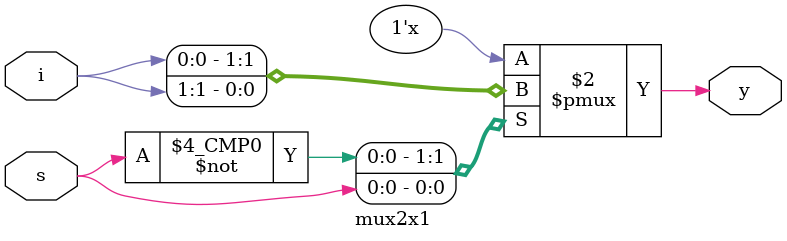
<source format=v>
module mux2x1(i,s,y);

input [1:0]i;
input s;
output reg y;
always @(i,s)
begin
case(s)
0:y=i[0];
1:y=i[1];
endcase
end
endmodule

</source>
